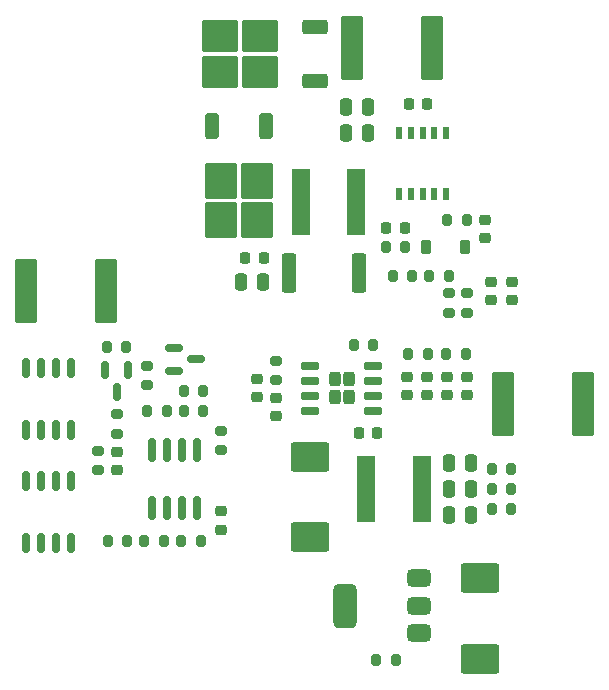
<source format=gbr>
%TF.GenerationSoftware,KiCad,Pcbnew,9.0.3*%
%TF.CreationDate,2025-08-25T20:13:08-03:00*%
%TF.ProjectId,ups_lead_acid_electgpl_v1.0,7570735f-6c65-4616-945f-616369645f65,rev?*%
%TF.SameCoordinates,Original*%
%TF.FileFunction,Paste,Top*%
%TF.FilePolarity,Positive*%
%FSLAX46Y46*%
G04 Gerber Fmt 4.6, Leading zero omitted, Abs format (unit mm)*
G04 Created by KiCad (PCBNEW 9.0.3) date 2025-08-25 20:13:08*
%MOMM*%
%LPD*%
G01*
G04 APERTURE LIST*
G04 Aperture macros list*
%AMRoundRect*
0 Rectangle with rounded corners*
0 $1 Rounding radius*
0 $2 $3 $4 $5 $6 $7 $8 $9 X,Y pos of 4 corners*
0 Add a 4 corners polygon primitive as box body*
4,1,4,$2,$3,$4,$5,$6,$7,$8,$9,$2,$3,0*
0 Add four circle primitives for the rounded corners*
1,1,$1+$1,$2,$3*
1,1,$1+$1,$4,$5*
1,1,$1+$1,$6,$7*
1,1,$1+$1,$8,$9*
0 Add four rect primitives between the rounded corners*
20,1,$1+$1,$2,$3,$4,$5,0*
20,1,$1+$1,$4,$5,$6,$7,0*
20,1,$1+$1,$6,$7,$8,$9,0*
20,1,$1+$1,$8,$9,$2,$3,0*%
G04 Aperture macros list end*
%ADD10RoundRect,0.200000X-0.275000X0.200000X-0.275000X-0.200000X0.275000X-0.200000X0.275000X0.200000X0*%
%ADD11RoundRect,0.200000X-0.200000X-0.275000X0.200000X-0.275000X0.200000X0.275000X-0.200000X0.275000X0*%
%ADD12RoundRect,0.225000X-0.250000X0.225000X-0.250000X-0.225000X0.250000X-0.225000X0.250000X0.225000X0*%
%ADD13RoundRect,0.250000X-1.400000X-1.000000X1.400000X-1.000000X1.400000X1.000000X-1.400000X1.000000X0*%
%ADD14RoundRect,0.200000X0.275000X-0.200000X0.275000X0.200000X-0.275000X0.200000X-0.275000X-0.200000X0*%
%ADD15RoundRect,0.200000X0.200000X0.275000X-0.200000X0.275000X-0.200000X-0.275000X0.200000X-0.275000X0*%
%ADD16RoundRect,0.250000X0.712500X2.475000X-0.712500X2.475000X-0.712500X-2.475000X0.712500X-2.475000X0*%
%ADD17RoundRect,0.218750X-0.256250X0.218750X-0.256250X-0.218750X0.256250X-0.218750X0.256250X0.218750X0*%
%ADD18RoundRect,0.150000X-0.150000X0.587500X-0.150000X-0.587500X0.150000X-0.587500X0.150000X0.587500X0*%
%ADD19R,0.510000X1.100000*%
%ADD20RoundRect,0.150000X-0.150000X0.825000X-0.150000X-0.825000X0.150000X-0.825000X0.150000X0.825000X0*%
%ADD21RoundRect,0.375000X0.625000X0.375000X-0.625000X0.375000X-0.625000X-0.375000X0.625000X-0.375000X0*%
%ADD22RoundRect,0.500000X0.500000X1.400000X-0.500000X1.400000X-0.500000X-1.400000X0.500000X-1.400000X0*%
%ADD23RoundRect,0.242500X0.242500X0.382500X-0.242500X0.382500X-0.242500X-0.382500X0.242500X-0.382500X0*%
%ADD24RoundRect,0.150000X0.650000X0.150000X-0.650000X0.150000X-0.650000X-0.150000X0.650000X-0.150000X0*%
%ADD25RoundRect,0.150000X-0.587500X-0.150000X0.587500X-0.150000X0.587500X0.150000X-0.587500X0.150000X0*%
%ADD26RoundRect,0.250000X0.362500X1.425000X-0.362500X1.425000X-0.362500X-1.425000X0.362500X-1.425000X0*%
%ADD27RoundRect,0.250000X0.250000X0.475000X-0.250000X0.475000X-0.250000X-0.475000X0.250000X-0.475000X0*%
%ADD28RoundRect,0.150000X-0.150000X0.675000X-0.150000X-0.675000X0.150000X-0.675000X0.150000X0.675000X0*%
%ADD29R,1.600000X5.700000*%
%ADD30RoundRect,0.225000X-0.225000X-0.250000X0.225000X-0.250000X0.225000X0.250000X-0.225000X0.250000X0*%
%ADD31RoundRect,0.250000X-1.125000X1.275000X-1.125000X-1.275000X1.125000X-1.275000X1.125000X1.275000X0*%
%ADD32RoundRect,0.250000X-0.350000X0.850000X-0.350000X-0.850000X0.350000X-0.850000X0.350000X0.850000X0*%
%ADD33RoundRect,0.225000X-0.225000X-0.375000X0.225000X-0.375000X0.225000X0.375000X-0.225000X0.375000X0*%
%ADD34RoundRect,0.225000X0.225000X0.250000X-0.225000X0.250000X-0.225000X-0.250000X0.225000X-0.250000X0*%
%ADD35RoundRect,0.250000X1.275000X1.125000X-1.275000X1.125000X-1.275000X-1.125000X1.275000X-1.125000X0*%
%ADD36RoundRect,0.250000X0.850000X0.350000X-0.850000X0.350000X-0.850000X-0.350000X0.850000X-0.350000X0*%
%ADD37RoundRect,0.150000X0.150000X-0.675000X0.150000X0.675000X-0.150000X0.675000X-0.150000X-0.675000X0*%
G04 APERTURE END LIST*
D10*
%TO.C,R11*%
X157700000Y-99975000D03*
X157700000Y-101625000D03*
%TD*%
D11*
%TO.C,R8*%
X152375000Y-96100000D03*
X154025000Y-96100000D03*
%TD*%
D12*
%TO.C,C4*%
X154200000Y-107092500D03*
X154200000Y-108642500D03*
%TD*%
D13*
%TO.C,D6*%
X160350000Y-124142500D03*
X160350000Y-130942500D03*
%TD*%
D12*
%TO.C,C2*%
X157600000Y-107092500D03*
X157600000Y-108642500D03*
%TD*%
D11*
%TO.C,R1*%
X154300000Y-105142500D03*
X155950000Y-105142500D03*
%TD*%
D14*
%TO.C,R25*%
X129600000Y-111892500D03*
X129600000Y-110242500D03*
%TD*%
D11*
%TO.C,R13*%
X157575000Y-93767500D03*
X159225000Y-93767500D03*
%TD*%
D15*
%TO.C,R21*%
X133825000Y-109942500D03*
X132175000Y-109942500D03*
%TD*%
D16*
%TO.C,F1*%
X169087500Y-109342500D03*
X162312500Y-109342500D03*
%TD*%
D10*
%TO.C,R26*%
X128000000Y-113342500D03*
X128000000Y-114992500D03*
%TD*%
D17*
%TO.C,D4*%
X163100000Y-99000000D03*
X163100000Y-100575000D03*
%TD*%
D18*
%TO.C,Q3*%
X130550000Y-106467500D03*
X128650000Y-106467500D03*
X129600000Y-108342500D03*
%TD*%
D12*
%TO.C,C18*%
X138400000Y-118467500D03*
X138400000Y-120017500D03*
%TD*%
D19*
%TO.C,U2*%
X153500000Y-91550000D03*
X154500000Y-91550000D03*
X155500000Y-91550000D03*
X156500000Y-91550000D03*
X157500000Y-91550000D03*
X157500000Y-86450000D03*
X156500000Y-86450000D03*
X155500000Y-86450000D03*
X154500000Y-86450000D03*
X153500000Y-86450000D03*
%TD*%
D15*
%TO.C,R3*%
X151325000Y-104400000D03*
X149675000Y-104400000D03*
%TD*%
%TO.C,R6*%
X163025000Y-116542500D03*
X161375000Y-116542500D03*
%TD*%
D17*
%TO.C,D3*%
X161300000Y-99000000D03*
X161300000Y-100575000D03*
%TD*%
D12*
%TO.C,C1*%
X159300000Y-107067500D03*
X159300000Y-108617500D03*
%TD*%
D20*
%TO.C,U4*%
X136405000Y-113267500D03*
X135135000Y-113267500D03*
X133865000Y-113267500D03*
X132595000Y-113267500D03*
X132595000Y-118217500D03*
X133865000Y-118217500D03*
X135135000Y-118217500D03*
X136405000Y-118217500D03*
%TD*%
D12*
%TO.C,C19*%
X129600000Y-113392500D03*
X129600000Y-114942500D03*
%TD*%
D21*
%TO.C,Q2*%
X155200000Y-128742500D03*
X155200000Y-126442500D03*
D22*
X148900000Y-126442500D03*
D21*
X155200000Y-124142500D03*
%TD*%
D13*
%TO.C,D1*%
X146000000Y-113842500D03*
X146000000Y-120642500D03*
%TD*%
D23*
%TO.C,U1*%
X149245000Y-108817500D03*
X149245000Y-107267500D03*
X148045000Y-108817500D03*
X148045000Y-107267500D03*
D24*
X151295000Y-109947500D03*
X151295000Y-108677500D03*
X151295000Y-107407500D03*
X151295000Y-106137500D03*
X145995000Y-106137500D03*
X145995000Y-107407500D03*
X145995000Y-108677500D03*
X145995000Y-109947500D03*
%TD*%
D25*
%TO.C,U3*%
X134462500Y-104650000D03*
X134462500Y-106550000D03*
X136337500Y-105600000D03*
%TD*%
D11*
%TO.C,R10*%
X156075000Y-98500000D03*
X157725000Y-98500000D03*
%TD*%
D26*
%TO.C,R14*%
X150125000Y-98242500D03*
X144200000Y-98242500D03*
%TD*%
D12*
%TO.C,C6*%
X143100000Y-108867500D03*
X143100000Y-110417500D03*
%TD*%
D11*
%TO.C,R19*%
X135050000Y-120942500D03*
X136700000Y-120942500D03*
%TD*%
D27*
%TO.C,C11*%
X150900000Y-84242500D03*
X149000000Y-84242500D03*
%TD*%
D15*
%TO.C,R24*%
X130425000Y-104567500D03*
X128775000Y-104567500D03*
%TD*%
D10*
%TO.C,R12*%
X159300000Y-99975000D03*
X159300000Y-101625000D03*
%TD*%
D28*
%TO.C,Q4*%
X125735000Y-115917500D03*
X124465000Y-115917500D03*
X123195000Y-115917500D03*
X121925000Y-115917500D03*
X121925000Y-121167500D03*
X123195000Y-121167500D03*
X124465000Y-121167500D03*
X125735000Y-121167500D03*
%TD*%
D27*
%TO.C,C8*%
X159600000Y-118762500D03*
X157700000Y-118762500D03*
%TD*%
D29*
%TO.C,L2*%
X145200000Y-92242500D03*
X149900000Y-92242500D03*
%TD*%
D10*
%TO.C,R22*%
X138400000Y-111617500D03*
X138400000Y-113267500D03*
%TD*%
D11*
%TO.C,R17*%
X128850000Y-120942500D03*
X130500000Y-120942500D03*
%TD*%
D12*
%TO.C,C15*%
X160800000Y-93792500D03*
X160800000Y-95342500D03*
%TD*%
D29*
%TO.C,L1*%
X150750000Y-116542500D03*
X155450000Y-116542500D03*
%TD*%
D10*
%TO.C,R4*%
X143100000Y-105717500D03*
X143100000Y-107367500D03*
%TD*%
D27*
%TO.C,C17*%
X142012500Y-99042500D03*
X140112500Y-99042500D03*
%TD*%
D11*
%TO.C,R15*%
X151575000Y-131042500D03*
X153225000Y-131042500D03*
%TD*%
D30*
%TO.C,C13*%
X154325000Y-84000000D03*
X155875000Y-84000000D03*
%TD*%
D16*
%TO.C,F2*%
X156287500Y-79242500D03*
X149512500Y-79242500D03*
%TD*%
D31*
%TO.C,D5*%
X141502500Y-90467500D03*
X138452500Y-90467500D03*
X141502500Y-93817500D03*
X138452500Y-93817500D03*
D32*
X142257500Y-85842500D03*
X137697500Y-85842500D03*
%TD*%
D11*
%TO.C,R5*%
X161375000Y-118242500D03*
X163025000Y-118242500D03*
%TD*%
%TO.C,R7*%
X161375000Y-114842500D03*
X163025000Y-114842500D03*
%TD*%
D27*
%TO.C,C12*%
X150900000Y-86442500D03*
X149000000Y-86442500D03*
%TD*%
D11*
%TO.C,R2*%
X157500000Y-105142500D03*
X159150000Y-105142500D03*
%TD*%
%TO.C,R9*%
X152975000Y-98500000D03*
X154625000Y-98500000D03*
%TD*%
D15*
%TO.C,R20*%
X136925000Y-109942500D03*
X135275000Y-109942500D03*
%TD*%
D33*
%TO.C,D2*%
X155750000Y-96100000D03*
X159050000Y-96100000D03*
%TD*%
D12*
%TO.C,C7*%
X141500000Y-107267500D03*
X141500000Y-108817500D03*
%TD*%
D15*
%TO.C,R16*%
X136925000Y-108242500D03*
X135275000Y-108242500D03*
%TD*%
D12*
%TO.C,C3*%
X155900000Y-107092500D03*
X155900000Y-108642500D03*
%TD*%
D30*
%TO.C,C14*%
X152425000Y-94500000D03*
X153975000Y-94500000D03*
%TD*%
D34*
%TO.C,C16*%
X142037500Y-97042500D03*
X140487500Y-97042500D03*
%TD*%
D27*
%TO.C,C10*%
X159600000Y-114342500D03*
X157700000Y-114342500D03*
%TD*%
D14*
%TO.C,R23*%
X132200000Y-107792500D03*
X132200000Y-106142500D03*
%TD*%
D27*
%TO.C,C9*%
X159600000Y-116562500D03*
X157700000Y-116562500D03*
%TD*%
D16*
%TO.C,F3*%
X128687500Y-99842500D03*
X121912500Y-99842500D03*
%TD*%
D35*
%TO.C,Q1*%
X141732500Y-81295000D03*
X141732500Y-78245000D03*
X138382500Y-81295000D03*
X138382500Y-78245000D03*
D36*
X146357500Y-82050000D03*
X146357500Y-77490000D03*
%TD*%
D34*
%TO.C,C5*%
X151675000Y-111800000D03*
X150125000Y-111800000D03*
%TD*%
D37*
%TO.C,Q5*%
X121960000Y-111542500D03*
X123230000Y-111542500D03*
X124500000Y-111542500D03*
X125770000Y-111542500D03*
X125770000Y-106292500D03*
X124500000Y-106292500D03*
X123230000Y-106292500D03*
X121960000Y-106292500D03*
%TD*%
D11*
%TO.C,R18*%
X131950000Y-120942500D03*
X133600000Y-120942500D03*
%TD*%
M02*

</source>
